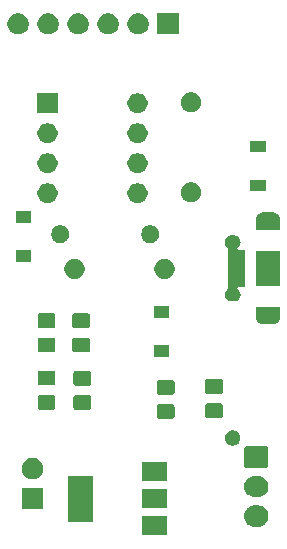
<source format=gbr>
G04 #@! TF.GenerationSoftware,KiCad,Pcbnew,(5.1.5)-3*
G04 #@! TF.CreationDate,2020-03-05T17:26:28+00:00*
G04 #@! TF.ProjectId,DigiSpark.schBackup,44696769-5370-4617-926b-2e7363684261,rev?*
G04 #@! TF.SameCoordinates,PX4f296e0PY8afe530*
G04 #@! TF.FileFunction,Soldermask,Top*
G04 #@! TF.FilePolarity,Negative*
%FSLAX46Y46*%
G04 Gerber Fmt 4.6, Leading zero omitted, Abs format (unit mm)*
G04 Created by KiCad (PCBNEW (5.1.5)-3) date 2020-03-05 17:26:28*
%MOMM*%
%LPD*%
G04 APERTURE LIST*
%ADD10C,0.100000*%
G04 APERTURE END LIST*
D10*
G36*
X20304200Y3782400D02*
G01*
X18202200Y3782400D01*
X18202200Y5384400D01*
X20304200Y5384400D01*
X20304200Y3782400D01*
G37*
G36*
X28099242Y6308482D02*
G01*
X28165427Y6301963D01*
X28335266Y6250443D01*
X28491791Y6166778D01*
X28527529Y6137448D01*
X28628986Y6054186D01*
X28687898Y5982400D01*
X28741578Y5916991D01*
X28825243Y5760466D01*
X28876763Y5590627D01*
X28894159Y5414000D01*
X28876763Y5237373D01*
X28825243Y5067534D01*
X28741578Y4911009D01*
X28712248Y4875271D01*
X28628986Y4773814D01*
X28527529Y4690552D01*
X28491791Y4661222D01*
X28335266Y4577557D01*
X28165427Y4526037D01*
X28099243Y4519519D01*
X28033060Y4513000D01*
X27694540Y4513000D01*
X27628357Y4519519D01*
X27562173Y4526037D01*
X27392334Y4577557D01*
X27235809Y4661222D01*
X27200071Y4690552D01*
X27098614Y4773814D01*
X27015352Y4875271D01*
X26986022Y4911009D01*
X26902357Y5067534D01*
X26850837Y5237373D01*
X26833441Y5414000D01*
X26850837Y5590627D01*
X26902357Y5760466D01*
X26986022Y5916991D01*
X27039702Y5982400D01*
X27098614Y6054186D01*
X27200071Y6137448D01*
X27235809Y6166778D01*
X27392334Y6250443D01*
X27562173Y6301963D01*
X27628358Y6308482D01*
X27694540Y6315000D01*
X28033060Y6315000D01*
X28099242Y6308482D01*
G37*
G36*
X14004200Y4932400D02*
G01*
X11902200Y4932400D01*
X11902200Y8834400D01*
X14004200Y8834400D01*
X14004200Y4932400D01*
G37*
G36*
X9816400Y5982400D02*
G01*
X8014400Y5982400D01*
X8014400Y7784400D01*
X9816400Y7784400D01*
X9816400Y5982400D01*
G37*
G36*
X20304200Y6082400D02*
G01*
X18202200Y6082400D01*
X18202200Y7684400D01*
X20304200Y7684400D01*
X20304200Y6082400D01*
G37*
G36*
X28099243Y8808481D02*
G01*
X28165427Y8801963D01*
X28335266Y8750443D01*
X28335268Y8750442D01*
X28413529Y8708610D01*
X28491791Y8666778D01*
X28527529Y8637448D01*
X28628986Y8554186D01*
X28712248Y8452729D01*
X28741578Y8416991D01*
X28825243Y8260466D01*
X28876763Y8090627D01*
X28894159Y7914000D01*
X28876763Y7737373D01*
X28825243Y7567534D01*
X28741578Y7411009D01*
X28712248Y7375271D01*
X28628986Y7273814D01*
X28527529Y7190552D01*
X28491791Y7161222D01*
X28335266Y7077557D01*
X28165427Y7026037D01*
X28099243Y7019519D01*
X28033060Y7013000D01*
X27694540Y7013000D01*
X27628357Y7019519D01*
X27562173Y7026037D01*
X27392334Y7077557D01*
X27235809Y7161222D01*
X27200071Y7190552D01*
X27098614Y7273814D01*
X27015352Y7375271D01*
X26986022Y7411009D01*
X26902357Y7567534D01*
X26850837Y7737373D01*
X26833441Y7914000D01*
X26850837Y8090627D01*
X26902357Y8260466D01*
X26986022Y8416991D01*
X27015352Y8452729D01*
X27098614Y8554186D01*
X27200071Y8637448D01*
X27235809Y8666778D01*
X27314071Y8708610D01*
X27392332Y8750442D01*
X27392334Y8750443D01*
X27562173Y8801963D01*
X27628357Y8808481D01*
X27694540Y8815000D01*
X28033060Y8815000D01*
X28099243Y8808481D01*
G37*
G36*
X20304200Y8382400D02*
G01*
X18202200Y8382400D01*
X18202200Y9984400D01*
X20304200Y9984400D01*
X20304200Y8382400D01*
G37*
G36*
X9028912Y10319473D02*
G01*
X9178212Y10289776D01*
X9342184Y10221856D01*
X9489754Y10123253D01*
X9615253Y9997754D01*
X9713856Y9850184D01*
X9781776Y9686212D01*
X9805846Y9565201D01*
X9813442Y9527015D01*
X9816400Y9512141D01*
X9816400Y9334659D01*
X9781776Y9160588D01*
X9713856Y8996616D01*
X9615253Y8849046D01*
X9489754Y8723547D01*
X9342184Y8624944D01*
X9178212Y8557024D01*
X9028912Y8527327D01*
X9004142Y8522400D01*
X8826658Y8522400D01*
X8801888Y8527327D01*
X8652588Y8557024D01*
X8488616Y8624944D01*
X8341046Y8723547D01*
X8215547Y8849046D01*
X8116944Y8996616D01*
X8049024Y9160588D01*
X8014400Y9334659D01*
X8014400Y9512141D01*
X8017359Y9527015D01*
X8024954Y9565201D01*
X8049024Y9686212D01*
X8116944Y9850184D01*
X8215547Y9997754D01*
X8341046Y10123253D01*
X8488616Y10221856D01*
X8652588Y10289776D01*
X8801888Y10319473D01*
X8826658Y10324400D01*
X9004142Y10324400D01*
X9028912Y10319473D01*
G37*
G36*
X28747400Y11311011D02*
G01*
X28780452Y11300985D01*
X28810903Y11284708D01*
X28837599Y11262799D01*
X28859508Y11236103D01*
X28875785Y11205652D01*
X28885811Y11172600D01*
X28889800Y11132097D01*
X28889800Y9695903D01*
X28885811Y9655400D01*
X28875785Y9622348D01*
X28859508Y9591897D01*
X28837599Y9565201D01*
X28810903Y9543292D01*
X28780452Y9527015D01*
X28747400Y9516989D01*
X28706897Y9513000D01*
X27020703Y9513000D01*
X26980200Y9516989D01*
X26947148Y9527015D01*
X26916697Y9543292D01*
X26890001Y9565201D01*
X26868092Y9591897D01*
X26851815Y9622348D01*
X26841789Y9655400D01*
X26837800Y9695903D01*
X26837800Y11132097D01*
X26841789Y11172600D01*
X26851815Y11205652D01*
X26868092Y11236103D01*
X26890001Y11262799D01*
X26916697Y11284708D01*
X26947148Y11300985D01*
X26980200Y11311011D01*
X27020703Y11315000D01*
X28706897Y11315000D01*
X28747400Y11311011D01*
G37*
G36*
X26053690Y12639983D02*
G01*
X26172164Y12590909D01*
X26278788Y12519665D01*
X26369465Y12428988D01*
X26440709Y12322364D01*
X26489783Y12203890D01*
X26514800Y12078118D01*
X26514800Y11949882D01*
X26489783Y11824110D01*
X26440709Y11705636D01*
X26369465Y11599012D01*
X26278788Y11508335D01*
X26172164Y11437091D01*
X26172163Y11437090D01*
X26172162Y11437090D01*
X26053690Y11388017D01*
X25927919Y11363000D01*
X25799681Y11363000D01*
X25673910Y11388017D01*
X25555438Y11437090D01*
X25555437Y11437090D01*
X25555436Y11437091D01*
X25448812Y11508335D01*
X25358135Y11599012D01*
X25286891Y11705636D01*
X25237817Y11824110D01*
X25212800Y11949882D01*
X25212800Y12078118D01*
X25237817Y12203890D01*
X25286891Y12322364D01*
X25358135Y12428988D01*
X25448812Y12519665D01*
X25555436Y12590909D01*
X25673910Y12639983D01*
X25799681Y12665000D01*
X25927919Y12665000D01*
X26053690Y12639983D01*
G37*
G36*
X20781674Y14887335D02*
G01*
X20819367Y14875901D01*
X20854103Y14857334D01*
X20884548Y14832348D01*
X20909534Y14801903D01*
X20928101Y14767167D01*
X20939535Y14729474D01*
X20944000Y14684139D01*
X20944000Y13847461D01*
X20939535Y13802126D01*
X20928101Y13764433D01*
X20909534Y13729697D01*
X20884548Y13699252D01*
X20854103Y13674266D01*
X20819367Y13655699D01*
X20781674Y13644265D01*
X20736339Y13639800D01*
X19649661Y13639800D01*
X19604326Y13644265D01*
X19566633Y13655699D01*
X19531897Y13674266D01*
X19501452Y13699252D01*
X19476466Y13729697D01*
X19457899Y13764433D01*
X19446465Y13802126D01*
X19442000Y13847461D01*
X19442000Y14684139D01*
X19446465Y14729474D01*
X19457899Y14767167D01*
X19476466Y14801903D01*
X19501452Y14832348D01*
X19531897Y14857334D01*
X19566633Y14875901D01*
X19604326Y14887335D01*
X19649661Y14891800D01*
X20736339Y14891800D01*
X20781674Y14887335D01*
G37*
G36*
X24871074Y14963535D02*
G01*
X24908767Y14952101D01*
X24943503Y14933534D01*
X24973948Y14908548D01*
X24998934Y14878103D01*
X25017501Y14843367D01*
X25028935Y14805674D01*
X25033400Y14760339D01*
X25033400Y13923661D01*
X25028935Y13878326D01*
X25017501Y13840633D01*
X24998934Y13805897D01*
X24973948Y13775452D01*
X24943503Y13750466D01*
X24908767Y13731899D01*
X24871074Y13720465D01*
X24825739Y13716000D01*
X23739061Y13716000D01*
X23693726Y13720465D01*
X23656033Y13731899D01*
X23621297Y13750466D01*
X23590852Y13775452D01*
X23565866Y13805897D01*
X23547299Y13840633D01*
X23535865Y13878326D01*
X23531400Y13923661D01*
X23531400Y14760339D01*
X23535865Y14805674D01*
X23547299Y14843367D01*
X23565866Y14878103D01*
X23590852Y14908548D01*
X23621297Y14933534D01*
X23656033Y14952101D01*
X23693726Y14963535D01*
X23739061Y14968000D01*
X24825739Y14968000D01*
X24871074Y14963535D01*
G37*
G36*
X13720474Y15649335D02*
G01*
X13758167Y15637901D01*
X13792903Y15619334D01*
X13823348Y15594348D01*
X13848334Y15563903D01*
X13866901Y15529167D01*
X13878335Y15491474D01*
X13882800Y15446139D01*
X13882800Y14609461D01*
X13878335Y14564126D01*
X13866901Y14526433D01*
X13848334Y14491697D01*
X13823348Y14461252D01*
X13792903Y14436266D01*
X13758167Y14417699D01*
X13720474Y14406265D01*
X13675139Y14401800D01*
X12588461Y14401800D01*
X12543126Y14406265D01*
X12505433Y14417699D01*
X12470697Y14436266D01*
X12440252Y14461252D01*
X12415266Y14491697D01*
X12396699Y14526433D01*
X12385265Y14564126D01*
X12380800Y14609461D01*
X12380800Y15446139D01*
X12385265Y15491474D01*
X12396699Y15529167D01*
X12415266Y15563903D01*
X12440252Y15594348D01*
X12470697Y15619334D01*
X12505433Y15637901D01*
X12543126Y15649335D01*
X12588461Y15653800D01*
X13675139Y15653800D01*
X13720474Y15649335D01*
G37*
G36*
X10697874Y15665735D02*
G01*
X10735567Y15654301D01*
X10770303Y15635734D01*
X10800748Y15610748D01*
X10825734Y15580303D01*
X10844301Y15545567D01*
X10855735Y15507874D01*
X10860200Y15462539D01*
X10860200Y14625861D01*
X10855735Y14580526D01*
X10844301Y14542833D01*
X10825734Y14508097D01*
X10800748Y14477652D01*
X10770303Y14452666D01*
X10735567Y14434099D01*
X10697874Y14422665D01*
X10652539Y14418200D01*
X9565861Y14418200D01*
X9520526Y14422665D01*
X9482833Y14434099D01*
X9448097Y14452666D01*
X9417652Y14477652D01*
X9392666Y14508097D01*
X9374099Y14542833D01*
X9362665Y14580526D01*
X9358200Y14625861D01*
X9358200Y15462539D01*
X9362665Y15507874D01*
X9374099Y15545567D01*
X9392666Y15580303D01*
X9417652Y15610748D01*
X9448097Y15635734D01*
X9482833Y15654301D01*
X9520526Y15665735D01*
X9565861Y15670200D01*
X10652539Y15670200D01*
X10697874Y15665735D01*
G37*
G36*
X20781674Y16937335D02*
G01*
X20819367Y16925901D01*
X20854103Y16907334D01*
X20884548Y16882348D01*
X20909534Y16851903D01*
X20928101Y16817167D01*
X20939535Y16779474D01*
X20944000Y16734139D01*
X20944000Y15897461D01*
X20939535Y15852126D01*
X20928101Y15814433D01*
X20909534Y15779697D01*
X20884548Y15749252D01*
X20854103Y15724266D01*
X20819367Y15705699D01*
X20781674Y15694265D01*
X20736339Y15689800D01*
X19649661Y15689800D01*
X19604326Y15694265D01*
X19566633Y15705699D01*
X19531897Y15724266D01*
X19501452Y15749252D01*
X19476466Y15779697D01*
X19457899Y15814433D01*
X19446465Y15852126D01*
X19442000Y15897461D01*
X19442000Y16734139D01*
X19446465Y16779474D01*
X19457899Y16817167D01*
X19476466Y16851903D01*
X19501452Y16882348D01*
X19531897Y16907334D01*
X19566633Y16925901D01*
X19604326Y16937335D01*
X19649661Y16941800D01*
X20736339Y16941800D01*
X20781674Y16937335D01*
G37*
G36*
X24871074Y17013535D02*
G01*
X24908767Y17002101D01*
X24943503Y16983534D01*
X24973948Y16958548D01*
X24998934Y16928103D01*
X25017501Y16893367D01*
X25028935Y16855674D01*
X25033400Y16810339D01*
X25033400Y15973661D01*
X25028935Y15928326D01*
X25017501Y15890633D01*
X24998934Y15855897D01*
X24973948Y15825452D01*
X24943503Y15800466D01*
X24908767Y15781899D01*
X24871074Y15770465D01*
X24825739Y15766000D01*
X23739061Y15766000D01*
X23693726Y15770465D01*
X23656033Y15781899D01*
X23621297Y15800466D01*
X23590852Y15825452D01*
X23565866Y15855897D01*
X23547299Y15890633D01*
X23535865Y15928326D01*
X23531400Y15973661D01*
X23531400Y16810339D01*
X23535865Y16855674D01*
X23547299Y16893367D01*
X23565866Y16928103D01*
X23590852Y16958548D01*
X23621297Y16983534D01*
X23656033Y17002101D01*
X23693726Y17013535D01*
X23739061Y17018000D01*
X24825739Y17018000D01*
X24871074Y17013535D01*
G37*
G36*
X13720474Y17699335D02*
G01*
X13758167Y17687901D01*
X13792903Y17669334D01*
X13823348Y17644348D01*
X13848334Y17613903D01*
X13866901Y17579167D01*
X13878335Y17541474D01*
X13882800Y17496139D01*
X13882800Y16659461D01*
X13878335Y16614126D01*
X13866901Y16576433D01*
X13848334Y16541697D01*
X13823348Y16511252D01*
X13792903Y16486266D01*
X13758167Y16467699D01*
X13720474Y16456265D01*
X13675139Y16451800D01*
X12588461Y16451800D01*
X12543126Y16456265D01*
X12505433Y16467699D01*
X12470697Y16486266D01*
X12440252Y16511252D01*
X12415266Y16541697D01*
X12396699Y16576433D01*
X12385265Y16614126D01*
X12380800Y16659461D01*
X12380800Y17496139D01*
X12385265Y17541474D01*
X12396699Y17579167D01*
X12415266Y17613903D01*
X12440252Y17644348D01*
X12470697Y17669334D01*
X12505433Y17687901D01*
X12543126Y17699335D01*
X12588461Y17703800D01*
X13675139Y17703800D01*
X13720474Y17699335D01*
G37*
G36*
X10697874Y17715735D02*
G01*
X10735567Y17704301D01*
X10770303Y17685734D01*
X10800748Y17660748D01*
X10825734Y17630303D01*
X10844301Y17595567D01*
X10855735Y17557874D01*
X10860200Y17512539D01*
X10860200Y16675861D01*
X10855735Y16630526D01*
X10844301Y16592833D01*
X10825734Y16558097D01*
X10800748Y16527652D01*
X10770303Y16502666D01*
X10735567Y16484099D01*
X10697874Y16472665D01*
X10652539Y16468200D01*
X9565861Y16468200D01*
X9520526Y16472665D01*
X9482833Y16484099D01*
X9448097Y16502666D01*
X9417652Y16527652D01*
X9392666Y16558097D01*
X9374099Y16592833D01*
X9362665Y16630526D01*
X9358200Y16675861D01*
X9358200Y17512539D01*
X9362665Y17557874D01*
X9374099Y17595567D01*
X9392666Y17630303D01*
X9417652Y17660748D01*
X9448097Y17685734D01*
X9482833Y17704301D01*
X9520526Y17715735D01*
X9565861Y17720200D01*
X10652539Y17720200D01*
X10697874Y17715735D01*
G37*
G36*
X20513800Y18854800D02*
G01*
X19211800Y18854800D01*
X19211800Y19856800D01*
X20513800Y19856800D01*
X20513800Y18854800D01*
G37*
G36*
X13618874Y20526135D02*
G01*
X13656567Y20514701D01*
X13691303Y20496134D01*
X13721748Y20471148D01*
X13746734Y20440703D01*
X13765301Y20405967D01*
X13776735Y20368274D01*
X13781200Y20322939D01*
X13781200Y19486261D01*
X13776735Y19440926D01*
X13765301Y19403233D01*
X13746734Y19368497D01*
X13721748Y19338052D01*
X13691303Y19313066D01*
X13656567Y19294499D01*
X13618874Y19283065D01*
X13573539Y19278600D01*
X12486861Y19278600D01*
X12441526Y19283065D01*
X12403833Y19294499D01*
X12369097Y19313066D01*
X12338652Y19338052D01*
X12313666Y19368497D01*
X12295099Y19403233D01*
X12283665Y19440926D01*
X12279200Y19486261D01*
X12279200Y20322939D01*
X12283665Y20368274D01*
X12295099Y20405967D01*
X12313666Y20440703D01*
X12338652Y20471148D01*
X12369097Y20496134D01*
X12403833Y20514701D01*
X12441526Y20526135D01*
X12486861Y20530600D01*
X13573539Y20530600D01*
X13618874Y20526135D01*
G37*
G36*
X10697874Y20526135D02*
G01*
X10735567Y20514701D01*
X10770303Y20496134D01*
X10800748Y20471148D01*
X10825734Y20440703D01*
X10844301Y20405967D01*
X10855735Y20368274D01*
X10860200Y20322939D01*
X10860200Y19486261D01*
X10855735Y19440926D01*
X10844301Y19403233D01*
X10825734Y19368497D01*
X10800748Y19338052D01*
X10770303Y19313066D01*
X10735567Y19294499D01*
X10697874Y19283065D01*
X10652539Y19278600D01*
X9565861Y19278600D01*
X9520526Y19283065D01*
X9482833Y19294499D01*
X9448097Y19313066D01*
X9417652Y19338052D01*
X9392666Y19368497D01*
X9374099Y19403233D01*
X9362665Y19440926D01*
X9358200Y19486261D01*
X9358200Y20322939D01*
X9362665Y20368274D01*
X9374099Y20405967D01*
X9392666Y20440703D01*
X9417652Y20471148D01*
X9448097Y20496134D01*
X9482833Y20514701D01*
X9520526Y20526135D01*
X9565861Y20530600D01*
X10652539Y20530600D01*
X10697874Y20526135D01*
G37*
G36*
X13618874Y22576135D02*
G01*
X13656567Y22564701D01*
X13691303Y22546134D01*
X13721748Y22521148D01*
X13746734Y22490703D01*
X13765301Y22455967D01*
X13776735Y22418274D01*
X13781200Y22372939D01*
X13781200Y21536261D01*
X13776735Y21490926D01*
X13765301Y21453233D01*
X13746734Y21418497D01*
X13721748Y21388052D01*
X13691303Y21363066D01*
X13656567Y21344499D01*
X13618874Y21333065D01*
X13573539Y21328600D01*
X12486861Y21328600D01*
X12441526Y21333065D01*
X12403833Y21344499D01*
X12369097Y21363066D01*
X12338652Y21388052D01*
X12313666Y21418497D01*
X12295099Y21453233D01*
X12283665Y21490926D01*
X12279200Y21536261D01*
X12279200Y22372939D01*
X12283665Y22418274D01*
X12295099Y22455967D01*
X12313666Y22490703D01*
X12338652Y22521148D01*
X12369097Y22546134D01*
X12403833Y22564701D01*
X12441526Y22576135D01*
X12486861Y22580600D01*
X13573539Y22580600D01*
X13618874Y22576135D01*
G37*
G36*
X10697874Y22576135D02*
G01*
X10735567Y22564701D01*
X10770303Y22546134D01*
X10800748Y22521148D01*
X10825734Y22490703D01*
X10844301Y22455967D01*
X10855735Y22418274D01*
X10860200Y22372939D01*
X10860200Y21536261D01*
X10855735Y21490926D01*
X10844301Y21453233D01*
X10825734Y21418497D01*
X10800748Y21388052D01*
X10770303Y21363066D01*
X10735567Y21344499D01*
X10697874Y21333065D01*
X10652539Y21328600D01*
X9565861Y21328600D01*
X9520526Y21333065D01*
X9482833Y21344499D01*
X9448097Y21363066D01*
X9417652Y21388052D01*
X9392666Y21418497D01*
X9374099Y21453233D01*
X9362665Y21490926D01*
X9358200Y21536261D01*
X9358200Y22372939D01*
X9362665Y22418274D01*
X9374099Y22455967D01*
X9392666Y22490703D01*
X9417652Y22521148D01*
X9448097Y22546134D01*
X9482833Y22564701D01*
X9520526Y22576135D01*
X9565861Y22580600D01*
X10652539Y22580600D01*
X10697874Y22576135D01*
G37*
G36*
X29855400Y22248801D02*
G01*
X29856001Y22236561D01*
X29858066Y22215600D01*
X29856001Y22194639D01*
X29855400Y22182399D01*
X29855400Y22111368D01*
X29853495Y22109047D01*
X29837812Y22075887D01*
X29815921Y22003721D01*
X29798099Y21970379D01*
X29764757Y21908000D01*
X29695901Y21824099D01*
X29612000Y21755243D01*
X29543455Y21718605D01*
X29516279Y21704079D01*
X29412415Y21672573D01*
X29331467Y21664600D01*
X28377333Y21664600D01*
X28296385Y21672573D01*
X28192521Y21704079D01*
X28165345Y21718605D01*
X28096800Y21755243D01*
X28012899Y21824099D01*
X27944043Y21908000D01*
X27910701Y21970379D01*
X27892879Y22003721D01*
X27870988Y22075887D01*
X27861611Y22098525D01*
X27853400Y22110814D01*
X27853400Y22182399D01*
X27852799Y22194639D01*
X27850734Y22215600D01*
X27852799Y22236561D01*
X27853400Y22248801D01*
X27853400Y23141600D01*
X29855400Y23141600D01*
X29855400Y22248801D01*
G37*
G36*
X20513800Y22154800D02*
G01*
X19211800Y22154800D01*
X19211800Y23156800D01*
X20513800Y23156800D01*
X20513800Y22154800D01*
G37*
G36*
X26067316Y29183266D02*
G01*
X26175892Y29150329D01*
X26175895Y29150328D01*
X26212001Y29131029D01*
X26275957Y29096844D01*
X26363664Y29024864D01*
X26435644Y28937157D01*
X26469829Y28873201D01*
X26489128Y28837095D01*
X26489129Y28837092D01*
X26522066Y28728516D01*
X26533187Y28615600D01*
X26522066Y28502684D01*
X26489129Y28394108D01*
X26489128Y28394105D01*
X26469829Y28357999D01*
X26435644Y28294043D01*
X26363664Y28206336D01*
X26311125Y28163218D01*
X26293805Y28145898D01*
X26280191Y28125523D01*
X26270814Y28102885D01*
X26266033Y28078851D01*
X26266033Y28054347D01*
X26270813Y28030314D01*
X26280191Y28007675D01*
X26293804Y27987301D01*
X26311131Y27969974D01*
X26331506Y27956360D01*
X26354144Y27946983D01*
X26378178Y27942202D01*
X26390430Y27941600D01*
X26905400Y27941600D01*
X26905400Y24839600D01*
X26390430Y24839600D01*
X26366044Y24837198D01*
X26342595Y24830085D01*
X26320984Y24818534D01*
X26302042Y24802989D01*
X26286497Y24784047D01*
X26274946Y24762436D01*
X26267833Y24738987D01*
X26265431Y24714601D01*
X26267833Y24690215D01*
X26274946Y24666766D01*
X26286497Y24645155D01*
X26302042Y24626213D01*
X26311116Y24617989D01*
X26363664Y24574864D01*
X26435644Y24487157D01*
X26469829Y24423201D01*
X26489128Y24387095D01*
X26489129Y24387092D01*
X26522066Y24278516D01*
X26533187Y24165600D01*
X26522066Y24052684D01*
X26489129Y23944108D01*
X26489128Y23944105D01*
X26469829Y23907999D01*
X26435644Y23844043D01*
X26363664Y23756336D01*
X26275957Y23684356D01*
X26212001Y23650171D01*
X26175895Y23630872D01*
X26175892Y23630871D01*
X26067316Y23597934D01*
X25982698Y23589600D01*
X25726102Y23589600D01*
X25641484Y23597934D01*
X25532908Y23630871D01*
X25532905Y23630872D01*
X25496799Y23650171D01*
X25432843Y23684356D01*
X25345136Y23756336D01*
X25273156Y23844043D01*
X25238971Y23907999D01*
X25219672Y23944105D01*
X25219671Y23944108D01*
X25186734Y24052684D01*
X25175613Y24165600D01*
X25186734Y24278516D01*
X25219671Y24387092D01*
X25219672Y24387095D01*
X25238971Y24423201D01*
X25273156Y24487157D01*
X25345136Y24574864D01*
X25407708Y24626216D01*
X25425026Y24643534D01*
X25438640Y24663908D01*
X25448017Y24686547D01*
X25452798Y24710580D01*
X25453400Y24722833D01*
X25453400Y28058367D01*
X25450998Y28082753D01*
X25443885Y28106202D01*
X25432334Y28127813D01*
X25416789Y28146755D01*
X25407718Y28154976D01*
X25345136Y28206336D01*
X25273156Y28294043D01*
X25238971Y28357999D01*
X25219672Y28394105D01*
X25219671Y28394108D01*
X25186734Y28502684D01*
X25175613Y28615600D01*
X25186734Y28728516D01*
X25219671Y28837092D01*
X25219672Y28837095D01*
X25238971Y28873201D01*
X25273156Y28937157D01*
X25345136Y29024864D01*
X25432843Y29096844D01*
X25496799Y29131029D01*
X25532905Y29150328D01*
X25532908Y29150329D01*
X25641484Y29183266D01*
X25726102Y29191600D01*
X25982698Y29191600D01*
X26067316Y29183266D01*
G37*
G36*
X29855400Y24889600D02*
G01*
X27853400Y24889600D01*
X27853400Y27891600D01*
X29855400Y27891600D01*
X29855400Y24889600D01*
G37*
G36*
X12719628Y27158097D02*
G01*
X12874500Y27093947D01*
X13013881Y27000815D01*
X13132415Y26882281D01*
X13225547Y26742900D01*
X13289697Y26588028D01*
X13322400Y26423616D01*
X13322400Y26255984D01*
X13289697Y26091572D01*
X13225547Y25936700D01*
X13132415Y25797319D01*
X13013881Y25678785D01*
X12874500Y25585653D01*
X12719628Y25521503D01*
X12555216Y25488800D01*
X12387584Y25488800D01*
X12223172Y25521503D01*
X12068300Y25585653D01*
X11928919Y25678785D01*
X11810385Y25797319D01*
X11717253Y25936700D01*
X11653103Y26091572D01*
X11620400Y26255984D01*
X11620400Y26423616D01*
X11653103Y26588028D01*
X11717253Y26742900D01*
X11810385Y26882281D01*
X11928919Y27000815D01*
X12068300Y27093947D01*
X12223172Y27158097D01*
X12387584Y27190800D01*
X12555216Y27190800D01*
X12719628Y27158097D01*
G37*
G36*
X20339628Y27158097D02*
G01*
X20494500Y27093947D01*
X20633881Y27000815D01*
X20752415Y26882281D01*
X20845547Y26742900D01*
X20909697Y26588028D01*
X20942400Y26423616D01*
X20942400Y26255984D01*
X20909697Y26091572D01*
X20845547Y25936700D01*
X20752415Y25797319D01*
X20633881Y25678785D01*
X20494500Y25585653D01*
X20339628Y25521503D01*
X20175216Y25488800D01*
X20007584Y25488800D01*
X19843172Y25521503D01*
X19688300Y25585653D01*
X19548919Y25678785D01*
X19430385Y25797319D01*
X19337253Y25936700D01*
X19273103Y26091572D01*
X19240400Y26255984D01*
X19240400Y26423616D01*
X19273103Y26588028D01*
X19337253Y26742900D01*
X19430385Y26882281D01*
X19548919Y27000815D01*
X19688300Y27093947D01*
X19843172Y27158097D01*
X20007584Y27190800D01*
X20175216Y27190800D01*
X20339628Y27158097D01*
G37*
G36*
X8804400Y26957400D02*
G01*
X7502400Y26957400D01*
X7502400Y27959400D01*
X8804400Y27959400D01*
X8804400Y26957400D01*
G37*
G36*
X11439787Y30014600D02*
G01*
X11471259Y30008340D01*
X11607932Y29951728D01*
X11730935Y29869540D01*
X11835540Y29764935D01*
X11917728Y29641932D01*
X11974340Y29505259D01*
X12003200Y29360167D01*
X12003200Y29212233D01*
X11974340Y29067141D01*
X11917728Y28930468D01*
X11835540Y28807465D01*
X11730935Y28702860D01*
X11607932Y28620672D01*
X11607931Y28620671D01*
X11607930Y28620671D01*
X11471259Y28564060D01*
X11326168Y28535200D01*
X11178232Y28535200D01*
X11033141Y28564060D01*
X10896470Y28620671D01*
X10896469Y28620671D01*
X10896468Y28620672D01*
X10773465Y28702860D01*
X10668860Y28807465D01*
X10586672Y28930468D01*
X10530060Y29067141D01*
X10501200Y29212233D01*
X10501200Y29360167D01*
X10530060Y29505259D01*
X10586672Y29641932D01*
X10668860Y29764935D01*
X10773465Y29869540D01*
X10896468Y29951728D01*
X11033141Y30008340D01*
X11064613Y30014600D01*
X11178232Y30037200D01*
X11326168Y30037200D01*
X11439787Y30014600D01*
G37*
G36*
X19059787Y30014600D02*
G01*
X19091259Y30008340D01*
X19227932Y29951728D01*
X19350935Y29869540D01*
X19455540Y29764935D01*
X19537728Y29641932D01*
X19594340Y29505259D01*
X19623200Y29360167D01*
X19623200Y29212233D01*
X19594340Y29067141D01*
X19537728Y28930468D01*
X19455540Y28807465D01*
X19350935Y28702860D01*
X19227932Y28620672D01*
X19227931Y28620671D01*
X19227930Y28620671D01*
X19091259Y28564060D01*
X18946168Y28535200D01*
X18798232Y28535200D01*
X18653141Y28564060D01*
X18516470Y28620671D01*
X18516469Y28620671D01*
X18516468Y28620672D01*
X18393465Y28702860D01*
X18288860Y28807465D01*
X18206672Y28930468D01*
X18150060Y29067141D01*
X18121200Y29212233D01*
X18121200Y29360167D01*
X18150060Y29505259D01*
X18206672Y29641932D01*
X18288860Y29764935D01*
X18393465Y29869540D01*
X18516468Y29951728D01*
X18653141Y30008340D01*
X18684613Y30014600D01*
X18798232Y30037200D01*
X18946168Y30037200D01*
X19059787Y30014600D01*
G37*
G36*
X29412415Y31108627D02*
G01*
X29516279Y31077121D01*
X29543455Y31062595D01*
X29612000Y31025957D01*
X29695901Y30957101D01*
X29764757Y30873200D01*
X29798099Y30810821D01*
X29815921Y30777479D01*
X29815921Y30777478D01*
X29837812Y30705313D01*
X29847189Y30682675D01*
X29855400Y30670386D01*
X29855400Y30598801D01*
X29856001Y30586561D01*
X29858066Y30565600D01*
X29856001Y30544639D01*
X29855400Y30532399D01*
X29855400Y29639600D01*
X27853400Y29639600D01*
X27853400Y30532399D01*
X27852799Y30544639D01*
X27850734Y30565600D01*
X27852799Y30586561D01*
X27853400Y30598801D01*
X27853400Y30669832D01*
X27855305Y30672153D01*
X27870988Y30705313D01*
X27892879Y30777478D01*
X27892879Y30777479D01*
X27910701Y30810821D01*
X27944043Y30873200D01*
X28012899Y30957101D01*
X28096800Y31025957D01*
X28165345Y31062595D01*
X28192521Y31077121D01*
X28296385Y31108627D01*
X28377333Y31116600D01*
X29331467Y31116600D01*
X29412415Y31108627D01*
G37*
G36*
X8804400Y30257400D02*
G01*
X7502400Y30257400D01*
X7502400Y31259400D01*
X8804400Y31259400D01*
X8804400Y30257400D01*
G37*
G36*
X10433628Y33558897D02*
G01*
X10588500Y33494747D01*
X10727881Y33401615D01*
X10846415Y33283081D01*
X10939547Y33143700D01*
X11003697Y32988828D01*
X11036400Y32824416D01*
X11036400Y32656784D01*
X11003697Y32492372D01*
X10939547Y32337500D01*
X10846415Y32198119D01*
X10727881Y32079585D01*
X10588500Y31986453D01*
X10433628Y31922303D01*
X10269216Y31889600D01*
X10101584Y31889600D01*
X9937172Y31922303D01*
X9782300Y31986453D01*
X9642919Y32079585D01*
X9524385Y32198119D01*
X9431253Y32337500D01*
X9367103Y32492372D01*
X9334400Y32656784D01*
X9334400Y32824416D01*
X9367103Y32988828D01*
X9431253Y33143700D01*
X9524385Y33283081D01*
X9642919Y33401615D01*
X9782300Y33494747D01*
X9937172Y33558897D01*
X10101584Y33591600D01*
X10269216Y33591600D01*
X10433628Y33558897D01*
G37*
G36*
X18053628Y33558897D02*
G01*
X18208500Y33494747D01*
X18347881Y33401615D01*
X18466415Y33283081D01*
X18559547Y33143700D01*
X18623697Y32988828D01*
X18656400Y32824416D01*
X18656400Y32656784D01*
X18623697Y32492372D01*
X18559547Y32337500D01*
X18466415Y32198119D01*
X18347881Y32079585D01*
X18208500Y31986453D01*
X18053628Y31922303D01*
X17889216Y31889600D01*
X17721584Y31889600D01*
X17557172Y31922303D01*
X17402300Y31986453D01*
X17262919Y32079585D01*
X17144385Y32198119D01*
X17051253Y32337500D01*
X16987103Y32492372D01*
X16954400Y32656784D01*
X16954400Y32824416D01*
X16987103Y32988828D01*
X17051253Y33143700D01*
X17144385Y33283081D01*
X17262919Y33401615D01*
X17402300Y33494747D01*
X17557172Y33558897D01*
X17721584Y33591600D01*
X17889216Y33591600D01*
X18053628Y33558897D01*
G37*
G36*
X22574828Y33635097D02*
G01*
X22729700Y33570947D01*
X22869081Y33477815D01*
X22987615Y33359281D01*
X23080747Y33219900D01*
X23144897Y33065028D01*
X23177600Y32900616D01*
X23177600Y32732984D01*
X23144897Y32568572D01*
X23080747Y32413700D01*
X22987615Y32274319D01*
X22869081Y32155785D01*
X22729700Y32062653D01*
X22574828Y31998503D01*
X22410416Y31965800D01*
X22242784Y31965800D01*
X22078372Y31998503D01*
X21923500Y32062653D01*
X21784119Y32155785D01*
X21665585Y32274319D01*
X21572453Y32413700D01*
X21508303Y32568572D01*
X21475600Y32732984D01*
X21475600Y32900616D01*
X21508303Y33065028D01*
X21572453Y33219900D01*
X21665585Y33359281D01*
X21784119Y33477815D01*
X21923500Y33570947D01*
X22078372Y33635097D01*
X22242784Y33667800D01*
X22410416Y33667800D01*
X22574828Y33635097D01*
G37*
G36*
X28667200Y32901000D02*
G01*
X27365200Y32901000D01*
X27365200Y33903000D01*
X28667200Y33903000D01*
X28667200Y32901000D01*
G37*
G36*
X10433628Y36098897D02*
G01*
X10588500Y36034747D01*
X10727881Y35941615D01*
X10846415Y35823081D01*
X10939547Y35683700D01*
X11003697Y35528828D01*
X11036400Y35364416D01*
X11036400Y35196784D01*
X11003697Y35032372D01*
X10939547Y34877500D01*
X10846415Y34738119D01*
X10727881Y34619585D01*
X10588500Y34526453D01*
X10433628Y34462303D01*
X10269216Y34429600D01*
X10101584Y34429600D01*
X9937172Y34462303D01*
X9782300Y34526453D01*
X9642919Y34619585D01*
X9524385Y34738119D01*
X9431253Y34877500D01*
X9367103Y35032372D01*
X9334400Y35196784D01*
X9334400Y35364416D01*
X9367103Y35528828D01*
X9431253Y35683700D01*
X9524385Y35823081D01*
X9642919Y35941615D01*
X9782300Y36034747D01*
X9937172Y36098897D01*
X10101584Y36131600D01*
X10269216Y36131600D01*
X10433628Y36098897D01*
G37*
G36*
X18053628Y36098897D02*
G01*
X18208500Y36034747D01*
X18347881Y35941615D01*
X18466415Y35823081D01*
X18559547Y35683700D01*
X18623697Y35528828D01*
X18656400Y35364416D01*
X18656400Y35196784D01*
X18623697Y35032372D01*
X18559547Y34877500D01*
X18466415Y34738119D01*
X18347881Y34619585D01*
X18208500Y34526453D01*
X18053628Y34462303D01*
X17889216Y34429600D01*
X17721584Y34429600D01*
X17557172Y34462303D01*
X17402300Y34526453D01*
X17262919Y34619585D01*
X17144385Y34738119D01*
X17051253Y34877500D01*
X16987103Y35032372D01*
X16954400Y35196784D01*
X16954400Y35364416D01*
X16987103Y35528828D01*
X17051253Y35683700D01*
X17144385Y35823081D01*
X17262919Y35941615D01*
X17402300Y36034747D01*
X17557172Y36098897D01*
X17721584Y36131600D01*
X17889216Y36131600D01*
X18053628Y36098897D01*
G37*
G36*
X28667200Y36201000D02*
G01*
X27365200Y36201000D01*
X27365200Y37203000D01*
X28667200Y37203000D01*
X28667200Y36201000D01*
G37*
G36*
X18053628Y38638897D02*
G01*
X18208500Y38574747D01*
X18347881Y38481615D01*
X18466415Y38363081D01*
X18559547Y38223700D01*
X18623697Y38068828D01*
X18656400Y37904416D01*
X18656400Y37736784D01*
X18623697Y37572372D01*
X18559547Y37417500D01*
X18466415Y37278119D01*
X18347881Y37159585D01*
X18208500Y37066453D01*
X18053628Y37002303D01*
X17889216Y36969600D01*
X17721584Y36969600D01*
X17557172Y37002303D01*
X17402300Y37066453D01*
X17262919Y37159585D01*
X17144385Y37278119D01*
X17051253Y37417500D01*
X16987103Y37572372D01*
X16954400Y37736784D01*
X16954400Y37904416D01*
X16987103Y38068828D01*
X17051253Y38223700D01*
X17144385Y38363081D01*
X17262919Y38481615D01*
X17402300Y38574747D01*
X17557172Y38638897D01*
X17721584Y38671600D01*
X17889216Y38671600D01*
X18053628Y38638897D01*
G37*
G36*
X10433628Y38638897D02*
G01*
X10588500Y38574747D01*
X10727881Y38481615D01*
X10846415Y38363081D01*
X10939547Y38223700D01*
X11003697Y38068828D01*
X11036400Y37904416D01*
X11036400Y37736784D01*
X11003697Y37572372D01*
X10939547Y37417500D01*
X10846415Y37278119D01*
X10727881Y37159585D01*
X10588500Y37066453D01*
X10433628Y37002303D01*
X10269216Y36969600D01*
X10101584Y36969600D01*
X9937172Y37002303D01*
X9782300Y37066453D01*
X9642919Y37159585D01*
X9524385Y37278119D01*
X9431253Y37417500D01*
X9367103Y37572372D01*
X9334400Y37736784D01*
X9334400Y37904416D01*
X9367103Y38068828D01*
X9431253Y38223700D01*
X9524385Y38363081D01*
X9642919Y38481615D01*
X9782300Y38574747D01*
X9937172Y38638897D01*
X10101584Y38671600D01*
X10269216Y38671600D01*
X10433628Y38638897D01*
G37*
G36*
X11036400Y39509600D02*
G01*
X9334400Y39509600D01*
X9334400Y41211600D01*
X11036400Y41211600D01*
X11036400Y39509600D01*
G37*
G36*
X18053628Y41178897D02*
G01*
X18208500Y41114747D01*
X18347881Y41021615D01*
X18466415Y40903081D01*
X18559547Y40763700D01*
X18623697Y40608828D01*
X18656400Y40444416D01*
X18656400Y40276784D01*
X18623697Y40112372D01*
X18559547Y39957500D01*
X18466415Y39818119D01*
X18347881Y39699585D01*
X18208500Y39606453D01*
X18053628Y39542303D01*
X17889216Y39509600D01*
X17721584Y39509600D01*
X17557172Y39542303D01*
X17402300Y39606453D01*
X17262919Y39699585D01*
X17144385Y39818119D01*
X17051253Y39957500D01*
X16987103Y40112372D01*
X16954400Y40276784D01*
X16954400Y40444416D01*
X16987103Y40608828D01*
X17051253Y40763700D01*
X17144385Y40903081D01*
X17262919Y41021615D01*
X17402300Y41114747D01*
X17557172Y41178897D01*
X17721584Y41211600D01*
X17889216Y41211600D01*
X18053628Y41178897D01*
G37*
G36*
X22574828Y41255097D02*
G01*
X22729700Y41190947D01*
X22869081Y41097815D01*
X22987615Y40979281D01*
X23080747Y40839900D01*
X23144897Y40685028D01*
X23177600Y40520616D01*
X23177600Y40352984D01*
X23144897Y40188572D01*
X23080747Y40033700D01*
X22987615Y39894319D01*
X22869081Y39775785D01*
X22729700Y39682653D01*
X22574828Y39618503D01*
X22410416Y39585800D01*
X22242784Y39585800D01*
X22078372Y39618503D01*
X21923500Y39682653D01*
X21784119Y39775785D01*
X21665585Y39894319D01*
X21572453Y40033700D01*
X21508303Y40188572D01*
X21475600Y40352984D01*
X21475600Y40520616D01*
X21508303Y40685028D01*
X21572453Y40839900D01*
X21665585Y40979281D01*
X21784119Y41097815D01*
X21923500Y41190947D01*
X22078372Y41255097D01*
X22242784Y41287800D01*
X22410416Y41287800D01*
X22574828Y41255097D01*
G37*
G36*
X7809712Y47987673D02*
G01*
X7959012Y47957976D01*
X8122984Y47890056D01*
X8270554Y47791453D01*
X8396053Y47665954D01*
X8494656Y47518384D01*
X8562576Y47354412D01*
X8597200Y47180341D01*
X8597200Y47002859D01*
X8562576Y46828788D01*
X8494656Y46664816D01*
X8396053Y46517246D01*
X8270554Y46391747D01*
X8122984Y46293144D01*
X7959012Y46225224D01*
X7809712Y46195527D01*
X7784942Y46190600D01*
X7607458Y46190600D01*
X7582688Y46195527D01*
X7433388Y46225224D01*
X7269416Y46293144D01*
X7121846Y46391747D01*
X6996347Y46517246D01*
X6897744Y46664816D01*
X6829824Y46828788D01*
X6795200Y47002859D01*
X6795200Y47180341D01*
X6829824Y47354412D01*
X6897744Y47518384D01*
X6996347Y47665954D01*
X7121846Y47791453D01*
X7269416Y47890056D01*
X7433388Y47957976D01*
X7582688Y47987673D01*
X7607458Y47992600D01*
X7784942Y47992600D01*
X7809712Y47987673D01*
G37*
G36*
X10349712Y47987673D02*
G01*
X10499012Y47957976D01*
X10662984Y47890056D01*
X10810554Y47791453D01*
X10936053Y47665954D01*
X11034656Y47518384D01*
X11102576Y47354412D01*
X11137200Y47180341D01*
X11137200Y47002859D01*
X11102576Y46828788D01*
X11034656Y46664816D01*
X10936053Y46517246D01*
X10810554Y46391747D01*
X10662984Y46293144D01*
X10499012Y46225224D01*
X10349712Y46195527D01*
X10324942Y46190600D01*
X10147458Y46190600D01*
X10122688Y46195527D01*
X9973388Y46225224D01*
X9809416Y46293144D01*
X9661846Y46391747D01*
X9536347Y46517246D01*
X9437744Y46664816D01*
X9369824Y46828788D01*
X9335200Y47002859D01*
X9335200Y47180341D01*
X9369824Y47354412D01*
X9437744Y47518384D01*
X9536347Y47665954D01*
X9661846Y47791453D01*
X9809416Y47890056D01*
X9973388Y47957976D01*
X10122688Y47987673D01*
X10147458Y47992600D01*
X10324942Y47992600D01*
X10349712Y47987673D01*
G37*
G36*
X12889712Y47987673D02*
G01*
X13039012Y47957976D01*
X13202984Y47890056D01*
X13350554Y47791453D01*
X13476053Y47665954D01*
X13574656Y47518384D01*
X13642576Y47354412D01*
X13677200Y47180341D01*
X13677200Y47002859D01*
X13642576Y46828788D01*
X13574656Y46664816D01*
X13476053Y46517246D01*
X13350554Y46391747D01*
X13202984Y46293144D01*
X13039012Y46225224D01*
X12889712Y46195527D01*
X12864942Y46190600D01*
X12687458Y46190600D01*
X12662688Y46195527D01*
X12513388Y46225224D01*
X12349416Y46293144D01*
X12201846Y46391747D01*
X12076347Y46517246D01*
X11977744Y46664816D01*
X11909824Y46828788D01*
X11875200Y47002859D01*
X11875200Y47180341D01*
X11909824Y47354412D01*
X11977744Y47518384D01*
X12076347Y47665954D01*
X12201846Y47791453D01*
X12349416Y47890056D01*
X12513388Y47957976D01*
X12662688Y47987673D01*
X12687458Y47992600D01*
X12864942Y47992600D01*
X12889712Y47987673D01*
G37*
G36*
X15429712Y47987673D02*
G01*
X15579012Y47957976D01*
X15742984Y47890056D01*
X15890554Y47791453D01*
X16016053Y47665954D01*
X16114656Y47518384D01*
X16182576Y47354412D01*
X16217200Y47180341D01*
X16217200Y47002859D01*
X16182576Y46828788D01*
X16114656Y46664816D01*
X16016053Y46517246D01*
X15890554Y46391747D01*
X15742984Y46293144D01*
X15579012Y46225224D01*
X15429712Y46195527D01*
X15404942Y46190600D01*
X15227458Y46190600D01*
X15202688Y46195527D01*
X15053388Y46225224D01*
X14889416Y46293144D01*
X14741846Y46391747D01*
X14616347Y46517246D01*
X14517744Y46664816D01*
X14449824Y46828788D01*
X14415200Y47002859D01*
X14415200Y47180341D01*
X14449824Y47354412D01*
X14517744Y47518384D01*
X14616347Y47665954D01*
X14741846Y47791453D01*
X14889416Y47890056D01*
X15053388Y47957976D01*
X15202688Y47987673D01*
X15227458Y47992600D01*
X15404942Y47992600D01*
X15429712Y47987673D01*
G37*
G36*
X17969712Y47987673D02*
G01*
X18119012Y47957976D01*
X18282984Y47890056D01*
X18430554Y47791453D01*
X18556053Y47665954D01*
X18654656Y47518384D01*
X18722576Y47354412D01*
X18757200Y47180341D01*
X18757200Y47002859D01*
X18722576Y46828788D01*
X18654656Y46664816D01*
X18556053Y46517246D01*
X18430554Y46391747D01*
X18282984Y46293144D01*
X18119012Y46225224D01*
X17969712Y46195527D01*
X17944942Y46190600D01*
X17767458Y46190600D01*
X17742688Y46195527D01*
X17593388Y46225224D01*
X17429416Y46293144D01*
X17281846Y46391747D01*
X17156347Y46517246D01*
X17057744Y46664816D01*
X16989824Y46828788D01*
X16955200Y47002859D01*
X16955200Y47180341D01*
X16989824Y47354412D01*
X17057744Y47518384D01*
X17156347Y47665954D01*
X17281846Y47791453D01*
X17429416Y47890056D01*
X17593388Y47957976D01*
X17742688Y47987673D01*
X17767458Y47992600D01*
X17944942Y47992600D01*
X17969712Y47987673D01*
G37*
G36*
X21297200Y46190600D02*
G01*
X19495200Y46190600D01*
X19495200Y47992600D01*
X21297200Y47992600D01*
X21297200Y46190600D01*
G37*
M02*

</source>
